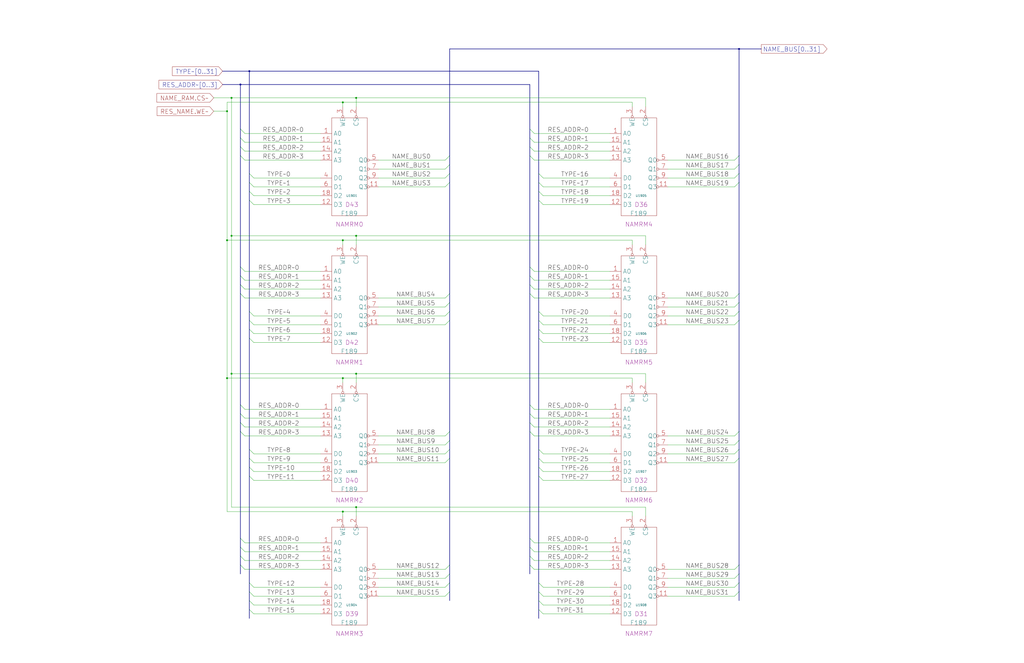
<source format=kicad_sch>
(kicad_sch (version 20250114) (generator "eeschema") (generator_version "9.0")
  (paper "User" 584.2 378.46)
  (title_block (title "RESOLVE NAME RAM") (date "22-MAY-90") (rev "1.0") (comment 1 "SEQUENCER") (comment 2 "232-003064") (comment 3 "S400") (comment 4 "RELEASED"))
  (lib_symbols
    (symbol "r1000:F189" (pin_names (offset 1.016))
      (property "Reference" "U" (at 2.54 5.08 0))
      (property "Value" "F189" (at -3.81 -5.08 0))
      (property "Location" "___" (at -1.27 0 0))
      (property "Name" "______" (at 1.27 -12.7 0))
      (symbol "F189_1_1"
        (rectangle (start -8.89 49.53) (end 11.43 -6.35))
        (circle (center -2.54 50.165) (radius 0.635))
        (circle (center 5.08 50.165) (radius 0.635))
        (circle (center 12.065 25.4) (radius 0.635))
        (circle (center 12.065 20.32) (radius 0.635))
        (circle (center 12.065 15.24) (radius 0.635))
        (circle (center 12.065 10.16) (radius 0.635))
        (pin input line (at -15.24 40.64 0) (length 6.35) (name "A0") (number "1"))
        (pin input line (at -15.24 35.56 0) (length 6.35) (name "A1") (number "15"))
        (pin input line (at -15.24 30.48 0) (length 6.35) (name "A2") (number "14"))
        (pin input line (at -15.24 25.4 0) (length 6.35) (name "A3") (number "13"))
        (pin input line (at -15.24 15.24 0) (length 6.35) (name "D0") (number "4"))
        (pin input line (at -15.24 10.16 0) (length 6.35) (name "D1") (number "6"))
        (pin input line (at -15.24 5.08 0) (length 6.35) (name "D2") (number "18"))
        (pin input line (at -15.24 0 0) (length 6.35) (name "D3") (number "12"))
        (pin input line (at -2.54 55.88 270) (length 5.08) (name "WE") (number "3"))
        (pin input line (at 5.08 55.88 270) (length 5.08) (name "CS") (number "2"))
        (pin tri_state line (at 17.78 25.4 180) (length 5.08) (name "Q0") (number "5"))
        (pin tri_state line (at 17.78 20.32 180) (length 5.08) (name "Q1") (number "7"))
        (pin tri_state line (at 17.78 15.24 180) (length 5.08) (name "Q2") (number "9"))
        (pin tri_state line (at 17.78 10.16 180) (length 5.08) (name "Q3") (number "11"))
      )
    )
  )
  (junction (at 137.16 48.26))
  (junction (at 421.64 27.94))
  (junction (at 129.54 215.9))
  (junction (at 142.24 40.64))
  (junction (at 203.2 55.88))
  (junction (at 195.58 137.16))
  (junction (at 203.2 134.62))
  (junction (at 195.58 215.9))
  (junction (at 203.2 213.36))
  (junction (at 132.08 213.36))
  (junction (at 129.54 137.16))
  (junction (at 203.2 289.56))
  (junction (at 132.08 134.62))
  (junction (at 195.58 292.1))
  (junction (at 195.58 58.42))
  (junction (at 132.08 55.88))
  (junction (at 129.54 63.5))
  (bus_entry (at 142.24 193.04) (size 2.54 2.54))
  (bus_entry (at 142.24 109.22) (size 2.54 2.54))
  (bus_entry (at 142.24 99.06) (size 2.54 2.54))
  (bus_entry (at 256.54 337.82) (size -2.54 2.54))
  (bus_entry (at 302.26 157.48) (size 2.54 2.54))
  (bus_entry (at 302.26 241.3) (size 2.54 2.54))
  (bus_entry (at 302.26 312.42) (size 2.54 2.54))
  (bus_entry (at 137.16 241.3) (size 2.54 2.54))
  (bus_entry (at 307.34 99.06) (size 2.54 2.54))
  (bus_entry (at 421.64 104.14) (size -2.54 2.54))
  (bus_entry (at 142.24 347.98) (size 2.54 2.54))
  (bus_entry (at 137.16 73.66) (size 2.54 2.54))
  (bus_entry (at 256.54 167.64) (size -2.54 2.54))
  (bus_entry (at 137.16 157.48) (size 2.54 2.54))
  (bus_entry (at 302.26 78.74) (size 2.54 2.54))
  (bus_entry (at 302.26 83.82) (size 2.54 2.54))
  (bus_entry (at 307.34 114.3) (size 2.54 2.54))
  (bus_entry (at 256.54 327.66) (size -2.54 2.54))
  (bus_entry (at 142.24 261.62) (size 2.54 2.54))
  (bus_entry (at 421.64 172.72) (size -2.54 2.54))
  (bus_entry (at 307.34 332.74) (size 2.54 2.54))
  (bus_entry (at 307.34 104.14) (size 2.54 2.54))
  (bus_entry (at 137.16 167.64) (size 2.54 2.54))
  (bus_entry (at 142.24 187.96) (size 2.54 2.54))
  (bus_entry (at 421.64 332.74) (size -2.54 2.54))
  (bus_entry (at 137.16 236.22) (size 2.54 2.54))
  (bus_entry (at 307.34 261.62) (size 2.54 2.54))
  (bus_entry (at 307.34 342.9) (size 2.54 2.54))
  (bus_entry (at 256.54 251.46) (size -2.54 2.54))
  (bus_entry (at 307.34 337.82) (size 2.54 2.54))
  (bus_entry (at 421.64 99.06) (size -2.54 2.54))
  (bus_entry (at 142.24 342.9) (size 2.54 2.54))
  (bus_entry (at 421.64 167.64) (size -2.54 2.54))
  (bus_entry (at 421.64 322.58) (size -2.54 2.54))
  (bus_entry (at 421.64 251.46) (size -2.54 2.54))
  (bus_entry (at 142.24 104.14) (size 2.54 2.54))
  (bus_entry (at 137.16 162.56) (size 2.54 2.54))
  (bus_entry (at 137.16 83.82) (size 2.54 2.54))
  (bus_entry (at 142.24 271.78) (size 2.54 2.54))
  (bus_entry (at 142.24 337.82) (size 2.54 2.54))
  (bus_entry (at 421.64 93.98) (size -2.54 2.54))
  (bus_entry (at 307.34 177.8) (size 2.54 2.54))
  (bus_entry (at 307.34 266.7) (size 2.54 2.54))
  (bus_entry (at 256.54 246.38) (size -2.54 2.54))
  (bus_entry (at 256.54 256.54) (size -2.54 2.54))
  (bus_entry (at 137.16 317.5) (size 2.54 2.54))
  (bus_entry (at 256.54 88.9) (size -2.54 2.54))
  (bus_entry (at 137.16 78.74) (size 2.54 2.54))
  (bus_entry (at 256.54 172.72) (size -2.54 2.54))
  (bus_entry (at 302.26 167.64) (size 2.54 2.54))
  (bus_entry (at 421.64 246.38) (size -2.54 2.54))
  (bus_entry (at 256.54 93.98) (size -2.54 2.54))
  (bus_entry (at 137.16 312.42) (size 2.54 2.54))
  (bus_entry (at 421.64 177.8) (size -2.54 2.54))
  (bus_entry (at 256.54 332.74) (size -2.54 2.54))
  (bus_entry (at 302.26 236.22) (size 2.54 2.54))
  (bus_entry (at 142.24 332.74) (size 2.54 2.54))
  (bus_entry (at 421.64 337.82) (size -2.54 2.54))
  (bus_entry (at 302.26 73.66) (size 2.54 2.54))
  (bus_entry (at 137.16 231.14) (size 2.54 2.54))
  (bus_entry (at 307.34 256.54) (size 2.54 2.54))
  (bus_entry (at 137.16 246.38) (size 2.54 2.54))
  (bus_entry (at 142.24 266.7) (size 2.54 2.54))
  (bus_entry (at 137.16 152.4) (size 2.54 2.54))
  (bus_entry (at 302.26 322.58) (size 2.54 2.54))
  (bus_entry (at 256.54 99.06) (size -2.54 2.54))
  (bus_entry (at 302.26 317.5) (size 2.54 2.54))
  (bus_entry (at 142.24 177.8) (size 2.54 2.54))
  (bus_entry (at 421.64 261.62) (size -2.54 2.54))
  (bus_entry (at 421.64 182.88) (size -2.54 2.54))
  (bus_entry (at 307.34 271.78) (size 2.54 2.54))
  (bus_entry (at 421.64 327.66) (size -2.54 2.54))
  (bus_entry (at 142.24 182.88) (size 2.54 2.54))
  (bus_entry (at 142.24 256.54) (size 2.54 2.54))
  (bus_entry (at 421.64 88.9) (size -2.54 2.54))
  (bus_entry (at 307.34 109.22) (size 2.54 2.54))
  (bus_entry (at 256.54 182.88) (size -2.54 2.54))
  (bus_entry (at 421.64 256.54) (size -2.54 2.54))
  (bus_entry (at 256.54 322.58) (size -2.54 2.54))
  (bus_entry (at 137.16 307.34) (size 2.54 2.54))
  (bus_entry (at 302.26 307.34) (size 2.54 2.54))
  (bus_entry (at 307.34 182.88) (size 2.54 2.54))
  (bus_entry (at 302.26 162.56) (size 2.54 2.54))
  (bus_entry (at 137.16 88.9) (size 2.54 2.54))
  (bus_entry (at 302.26 152.4) (size 2.54 2.54))
  (bus_entry (at 307.34 193.04) (size 2.54 2.54))
  (bus_entry (at 302.26 231.14) (size 2.54 2.54))
  (bus_entry (at 302.26 88.9) (size 2.54 2.54))
  (bus_entry (at 137.16 322.58) (size 2.54 2.54))
  (bus_entry (at 256.54 177.8) (size -2.54 2.54))
  (bus_entry (at 307.34 347.98) (size 2.54 2.54))
  (bus_entry (at 302.26 246.38) (size 2.54 2.54))
  (bus_entry (at 307.34 187.96) (size 2.54 2.54))
  (bus_entry (at 142.24 114.3) (size 2.54 2.54))
  (bus_entry (at 256.54 104.14) (size -2.54 2.54))
  (bus_entry (at 256.54 261.62) (size -2.54 2.54))
  (wire (pts (xy 309.88 335.28) (xy 347.98 335.28)))
  (wire (pts (xy 129.54 137.16) (xy 195.58 137.16)))
  (bus (pts (xy 302.26 236.22) (xy 302.26 241.3)))
  (bus (pts (xy 142.24 40.64) (xy 142.24 99.06)))
  (wire (pts (xy 381 335.28) (xy 419.1 335.28)))
  (wire (pts (xy 304.8 170.18) (xy 347.98 170.18)))
  (bus (pts (xy 302.26 152.4) (xy 302.26 157.48)))
  (wire (pts (xy 381 96.52) (xy 419.1 96.52)))
  (bus (pts (xy 137.16 246.38) (xy 137.16 307.34)))
  (wire (pts (xy 215.9 264.16) (xy 254 264.16)))
  (wire (pts (xy 215.9 175.26) (xy 254 175.26)))
  (bus (pts (xy 421.64 182.88) (xy 421.64 246.38)))
  (wire (pts (xy 381 180.34) (xy 419.1 180.34)))
  (wire (pts (xy 215.9 335.28) (xy 254 335.28)))
  (wire (pts (xy 139.7 320.04) (xy 182.88 320.04)))
  (bus (pts (xy 256.54 172.72) (xy 256.54 177.8)))
  (wire (pts (xy 381 106.68) (xy 419.1 106.68)))
  (wire (pts (xy 381 101.6) (xy 419.1 101.6)))
  (wire (pts (xy 132.08 213.36) (xy 203.2 213.36)))
  (wire (pts (xy 304.8 243.84) (xy 347.98 243.84)))
  (bus (pts (xy 421.64 88.9) (xy 421.64 93.98)))
  (bus (pts (xy 421.64 327.66) (xy 421.64 332.74)))
  (wire (pts (xy 215.9 185.42) (xy 254 185.42)))
  (bus (pts (xy 142.24 104.14) (xy 142.24 109.22)))
  (wire (pts (xy 381 254) (xy 419.1 254)))
  (bus (pts (xy 137.16 307.34) (xy 137.16 312.42)))
  (bus (pts (xy 256.54 182.88) (xy 256.54 246.38)))
  (wire (pts (xy 215.9 96.52) (xy 254 96.52)))
  (bus (pts (xy 302.26 167.64) (xy 302.26 231.14)))
  (wire (pts (xy 215.9 91.44) (xy 254 91.44)))
  (bus (pts (xy 307.34 99.06) (xy 307.34 104.14)))
  (wire (pts (xy 368.3 139.7) (xy 368.3 134.62)))
  (wire (pts (xy 304.8 238.76) (xy 347.98 238.76)))
  (wire (pts (xy 304.8 325.12) (xy 347.98 325.12)))
  (bus (pts (xy 137.16 48.26) (xy 302.26 48.26)))
  (bus (pts (xy 307.34 266.7) (xy 307.34 271.78)))
  (bus (pts (xy 142.24 114.3) (xy 142.24 177.8)))
  (bus (pts (xy 142.24 40.64) (xy 307.34 40.64)))
  (wire (pts (xy 360.68 294.64) (xy 360.68 292.1)))
  (wire (pts (xy 203.2 289.56) (xy 203.2 294.64)))
  (wire (pts (xy 368.3 218.44) (xy 368.3 213.36)))
  (wire (pts (xy 309.88 195.58) (xy 347.98 195.58)))
  (wire (pts (xy 215.9 254) (xy 254 254)))
  (bus (pts (xy 302.26 246.38) (xy 302.26 307.34)))
  (bus (pts (xy 421.64 167.64) (xy 421.64 172.72)))
  (wire (pts (xy 144.78 101.6) (xy 182.88 101.6)))
  (bus (pts (xy 421.64 104.14) (xy 421.64 167.64)))
  (wire (pts (xy 360.68 137.16) (xy 195.58 137.16)))
  (wire (pts (xy 132.08 289.56) (xy 132.08 213.36)))
  (wire (pts (xy 144.78 195.58) (xy 182.88 195.58)))
  (wire (pts (xy 360.68 218.44) (xy 360.68 215.9)))
  (bus (pts (xy 137.16 48.26) (xy 137.16 73.66)))
  (wire (pts (xy 309.88 185.42) (xy 347.98 185.42)))
  (wire (pts (xy 309.88 259.08) (xy 347.98 259.08)))
  (wire (pts (xy 304.8 76.2) (xy 347.98 76.2)))
  (bus (pts (xy 256.54 104.14) (xy 256.54 167.64)))
  (bus (pts (xy 137.16 236.22) (xy 137.16 241.3)))
  (wire (pts (xy 144.78 345.44) (xy 182.88 345.44)))
  (bus (pts (xy 137.16 231.14) (xy 137.16 236.22)))
  (bus (pts (xy 421.64 332.74) (xy 421.64 337.82)))
  (wire (pts (xy 139.7 248.92) (xy 182.88 248.92)))
  (wire (pts (xy 360.68 60.96) (xy 360.68 58.42)))
  (bus (pts (xy 421.64 27.94) (xy 434.34 27.94)))
  (wire (pts (xy 360.68 215.9) (xy 195.58 215.9)))
  (wire (pts (xy 139.7 233.68) (xy 182.88 233.68)))
  (bus (pts (xy 421.64 322.58) (xy 421.64 327.66)))
  (wire (pts (xy 381 340.36) (xy 419.1 340.36)))
  (wire (pts (xy 129.54 292.1) (xy 129.54 215.9)))
  (wire (pts (xy 368.3 289.56) (xy 203.2 289.56)))
  (wire (pts (xy 309.88 345.44) (xy 347.98 345.44)))
  (bus (pts (xy 302.26 73.66) (xy 302.26 78.74)))
  (bus (pts (xy 256.54 322.58) (xy 256.54 327.66)))
  (wire (pts (xy 139.7 160.02) (xy 182.88 160.02)))
  (bus (pts (xy 137.16 162.56) (xy 137.16 167.64)))
  (bus (pts (xy 137.16 241.3) (xy 137.16 246.38)))
  (wire (pts (xy 304.8 314.96) (xy 347.98 314.96)))
  (wire (pts (xy 132.08 134.62) (xy 203.2 134.62)))
  (wire (pts (xy 215.9 330.2) (xy 254 330.2)))
  (bus (pts (xy 137.16 152.4) (xy 137.16 157.48)))
  (wire (pts (xy 139.7 154.94) (xy 182.88 154.94)))
  (bus (pts (xy 142.24 182.88) (xy 142.24 187.96)))
  (wire (pts (xy 132.08 55.88) (xy 203.2 55.88)))
  (bus (pts (xy 142.24 261.62) (xy 142.24 266.7)))
  (wire (pts (xy 304.8 309.88) (xy 347.98 309.88)))
  (bus (pts (xy 307.34 182.88) (xy 307.34 187.96)))
  (bus (pts (xy 307.34 337.82) (xy 307.34 342.9)))
  (wire (pts (xy 139.7 238.76) (xy 182.88 238.76)))
  (wire (pts (xy 203.2 134.62) (xy 203.2 139.7)))
  (wire (pts (xy 381 170.18) (xy 419.1 170.18)))
  (wire (pts (xy 139.7 76.2) (xy 182.88 76.2)))
  (wire (pts (xy 139.7 243.84) (xy 182.88 243.84)))
  (bus (pts (xy 137.16 78.74) (xy 137.16 83.82)))
  (wire (pts (xy 132.08 134.62) (xy 132.08 55.88)))
  (wire (pts (xy 139.7 314.96) (xy 182.88 314.96)))
  (bus (pts (xy 142.24 99.06) (xy 142.24 104.14)))
  (wire (pts (xy 195.58 292.1) (xy 195.58 294.64)))
  (wire (pts (xy 139.7 86.36) (xy 182.88 86.36)))
  (wire (pts (xy 129.54 215.9) (xy 195.58 215.9)))
  (wire (pts (xy 144.78 340.36) (xy 182.88 340.36)))
  (wire (pts (xy 360.68 139.7) (xy 360.68 137.16)))
  (bus (pts (xy 302.26 157.48) (xy 302.26 162.56)))
  (wire (pts (xy 195.58 137.16) (xy 195.58 139.7)))
  (wire (pts (xy 304.8 320.04) (xy 347.98 320.04)))
  (wire (pts (xy 360.68 58.42) (xy 195.58 58.42)))
  (bus (pts (xy 256.54 99.06) (xy 256.54 104.14)))
  (wire (pts (xy 215.9 106.68) (xy 254 106.68)))
  (wire (pts (xy 203.2 213.36) (xy 203.2 218.44)))
  (wire (pts (xy 129.54 58.42) (xy 195.58 58.42)))
  (wire (pts (xy 144.78 269.24) (xy 182.88 269.24)))
  (wire (pts (xy 309.88 106.68) (xy 347.98 106.68)))
  (wire (pts (xy 368.3 134.62) (xy 203.2 134.62)))
  (wire (pts (xy 304.8 86.36) (xy 347.98 86.36)))
  (bus (pts (xy 307.34 187.96) (xy 307.34 193.04)))
  (bus (pts (xy 142.24 347.98) (xy 142.24 353.06)))
  (bus (pts (xy 307.34 177.8) (xy 307.34 182.88)))
  (bus (pts (xy 421.64 337.82) (xy 421.64 342.9)))
  (wire (pts (xy 381 259.08) (xy 419.1 259.08)))
  (wire (pts (xy 139.7 325.12) (xy 182.88 325.12)))
  (bus (pts (xy 307.34 104.14) (xy 307.34 109.22)))
  (wire (pts (xy 381 325.12) (xy 419.1 325.12)))
  (bus (pts (xy 307.34 332.74) (xy 307.34 337.82)))
  (bus (pts (xy 142.24 337.82) (xy 142.24 342.9)))
  (wire (pts (xy 309.88 264.16) (xy 347.98 264.16)))
  (bus (pts (xy 142.24 193.04) (xy 142.24 256.54)))
  (bus (pts (xy 256.54 93.98) (xy 256.54 99.06)))
  (bus (pts (xy 256.54 337.82) (xy 256.54 342.9)))
  (bus (pts (xy 302.26 307.34) (xy 302.26 312.42)))
  (wire (pts (xy 304.8 165.1) (xy 347.98 165.1)))
  (bus (pts (xy 142.24 266.7) (xy 142.24 271.78)))
  (bus (pts (xy 302.26 322.58) (xy 302.26 327.66)))
  (wire (pts (xy 195.58 292.1) (xy 129.54 292.1)))
  (wire (pts (xy 304.8 91.44) (xy 347.98 91.44)))
  (bus (pts (xy 307.34 271.78) (xy 307.34 332.74)))
  (wire (pts (xy 215.9 101.6) (xy 254 101.6)))
  (wire (pts (xy 139.7 309.88) (xy 182.88 309.88)))
  (wire (pts (xy 144.78 335.28) (xy 182.88 335.28)))
  (bus (pts (xy 421.64 177.8) (xy 421.64 182.88)))
  (bus (pts (xy 137.16 312.42) (xy 137.16 317.5)))
  (bus (pts (xy 307.34 40.64) (xy 307.34 99.06)))
  (wire (pts (xy 144.78 264.16) (xy 182.88 264.16)))
  (wire (pts (xy 195.58 215.9) (xy 195.58 218.44)))
  (bus (pts (xy 256.54 27.94) (xy 421.64 27.94)))
  (wire (pts (xy 144.78 116.84) (xy 182.88 116.84)))
  (bus (pts (xy 302.26 317.5) (xy 302.26 322.58)))
  (bus (pts (xy 137.16 317.5) (xy 137.16 322.58)))
  (bus (pts (xy 256.54 261.62) (xy 256.54 322.58)))
  (wire (pts (xy 139.7 170.18) (xy 182.88 170.18)))
  (bus (pts (xy 256.54 167.64) (xy 256.54 172.72)))
  (bus (pts (xy 302.26 48.26) (xy 302.26 73.66)))
  (wire (pts (xy 144.78 106.68) (xy 182.88 106.68)))
  (bus (pts (xy 302.26 83.82) (xy 302.26 88.9)))
  (wire (pts (xy 203.2 289.56) (xy 132.08 289.56)))
  (wire (pts (xy 215.9 170.18) (xy 254 170.18)))
  (bus (pts (xy 307.34 114.3) (xy 307.34 177.8)))
  (bus (pts (xy 142.24 187.96) (xy 142.24 193.04)))
  (bus (pts (xy 302.26 88.9) (xy 302.26 152.4)))
  (wire (pts (xy 144.78 111.76) (xy 182.88 111.76)))
  (bus (pts (xy 421.64 93.98) (xy 421.64 99.06)))
  (bus (pts (xy 142.24 177.8) (xy 142.24 182.88)))
  (bus (pts (xy 137.16 73.66) (xy 137.16 78.74)))
  (wire (pts (xy 144.78 185.42) (xy 182.88 185.42)))
  (bus (pts (xy 142.24 109.22) (xy 142.24 114.3)))
  (bus (pts (xy 421.64 27.94) (xy 421.64 88.9)))
  (wire (pts (xy 309.88 340.36) (xy 347.98 340.36)))
  (bus (pts (xy 421.64 99.06) (xy 421.64 104.14)))
  (bus (pts (xy 256.54 256.54) (xy 256.54 261.62)))
  (bus (pts (xy 256.54 246.38) (xy 256.54 251.46)))
  (wire (pts (xy 304.8 233.68) (xy 347.98 233.68)))
  (wire (pts (xy 144.78 259.08) (xy 182.88 259.08)))
  (bus (pts (xy 421.64 172.72) (xy 421.64 177.8)))
  (wire (pts (xy 368.3 60.96) (xy 368.3 55.88)))
  (bus (pts (xy 256.54 332.74) (xy 256.54 337.82)))
  (wire (pts (xy 304.8 160.02) (xy 347.98 160.02)))
  (bus (pts (xy 421.64 261.62) (xy 421.64 322.58)))
  (wire (pts (xy 215.9 180.34) (xy 254 180.34)))
  (bus (pts (xy 137.16 88.9) (xy 137.16 152.4)))
  (wire (pts (xy 304.8 154.94) (xy 347.98 154.94)))
  (bus (pts (xy 307.34 261.62) (xy 307.34 266.7)))
  (bus (pts (xy 137.16 83.82) (xy 137.16 88.9)))
  (wire (pts (xy 121.92 63.5) (xy 129.54 63.5)))
  (bus (pts (xy 142.24 256.54) (xy 142.24 261.62)))
  (wire (pts (xy 368.3 213.36) (xy 203.2 213.36)))
  (bus (pts (xy 307.34 342.9) (xy 307.34 347.98)))
  (bus (pts (xy 127 40.64) (xy 142.24 40.64)))
  (wire (pts (xy 309.88 180.34) (xy 347.98 180.34)))
  (bus (pts (xy 256.54 251.46) (xy 256.54 256.54)))
  (bus (pts (xy 127 48.26) (xy 137.16 48.26)))
  (bus (pts (xy 302.26 241.3) (xy 302.26 246.38)))
  (bus (pts (xy 307.34 256.54) (xy 307.34 261.62)))
  (wire (pts (xy 144.78 180.34) (xy 182.88 180.34)))
  (wire (pts (xy 309.88 101.6) (xy 347.98 101.6)))
  (bus (pts (xy 256.54 177.8) (xy 256.54 182.88)))
  (bus (pts (xy 307.34 193.04) (xy 307.34 256.54)))
  (wire (pts (xy 381 264.16) (xy 419.1 264.16)))
  (wire (pts (xy 360.68 292.1) (xy 195.58 292.1)))
  (bus (pts (xy 307.34 109.22) (xy 307.34 114.3)))
  (bus (pts (xy 307.34 347.98) (xy 307.34 353.06)))
  (bus (pts (xy 142.24 271.78) (xy 142.24 332.74)))
  (wire (pts (xy 304.8 81.28) (xy 347.98 81.28)))
  (wire (pts (xy 139.7 81.28) (xy 182.88 81.28)))
  (bus (pts (xy 137.16 167.64) (xy 137.16 231.14)))
  (bus (pts (xy 302.26 78.74) (xy 302.26 83.82)))
  (wire (pts (xy 215.9 325.12) (xy 254 325.12)))
  (wire (pts (xy 139.7 91.44) (xy 182.88 91.44)))
  (bus (pts (xy 421.64 256.54) (xy 421.64 261.62)))
  (wire (pts (xy 195.58 58.42) (xy 195.58 60.96)))
  (bus (pts (xy 142.24 332.74) (xy 142.24 337.82)))
  (wire (pts (xy 129.54 63.5) (xy 129.54 58.42)))
  (wire (pts (xy 139.7 165.1) (xy 182.88 165.1)))
  (wire (pts (xy 215.9 259.08) (xy 254 259.08)))
  (wire (pts (xy 309.88 269.24) (xy 347.98 269.24)))
  (wire (pts (xy 132.08 213.36) (xy 132.08 134.62)))
  (bus (pts (xy 256.54 88.9) (xy 256.54 93.98)))
  (bus (pts (xy 142.24 342.9) (xy 142.24 347.98)))
  (wire (pts (xy 304.8 248.92) (xy 347.98 248.92)))
  (bus (pts (xy 256.54 327.66) (xy 256.54 332.74)))
  (wire (pts (xy 381 175.26) (xy 419.1 175.26)))
  (wire (pts (xy 309.88 190.5) (xy 347.98 190.5)))
  (bus (pts (xy 421.64 246.38) (xy 421.64 251.46)))
  (wire (pts (xy 309.88 116.84) (xy 347.98 116.84)))
  (bus (pts (xy 256.54 27.94) (xy 256.54 88.9)))
  (wire (pts (xy 309.88 111.76) (xy 347.98 111.76)))
  (bus (pts (xy 137.16 157.48) (xy 137.16 162.56)))
  (wire (pts (xy 129.54 137.16) (xy 129.54 63.5)))
  (wire (pts (xy 121.92 55.88) (xy 132.08 55.88)))
  (wire (pts (xy 381 248.92) (xy 419.1 248.92)))
  (wire (pts (xy 309.88 274.32) (xy 347.98 274.32)))
  (bus (pts (xy 137.16 322.58) (xy 137.16 327.66)))
  (wire (pts (xy 368.3 294.64) (xy 368.3 289.56)))
  (bus (pts (xy 421.64 251.46) (xy 421.64 256.54)))
  (wire (pts (xy 129.54 215.9) (xy 129.54 137.16)))
  (wire (pts (xy 144.78 190.5) (xy 182.88 190.5)))
  (bus (pts (xy 302.26 162.56) (xy 302.26 167.64)))
  (wire (pts (xy 381 185.42) (xy 419.1 185.42)))
  (bus (pts (xy 302.26 231.14) (xy 302.26 236.22)))
  (wire (pts (xy 368.3 55.88) (xy 203.2 55.88)))
  (wire (pts (xy 381 330.2) (xy 419.1 330.2)))
  (bus (pts (xy 302.26 312.42) (xy 302.26 317.5)))
  (wire (pts (xy 381 91.44) (xy 419.1 91.44)))
  (wire (pts (xy 309.88 350.52) (xy 347.98 350.52)))
  (wire (pts (xy 215.9 340.36) (xy 254 340.36)))
  (wire (pts (xy 215.9 248.92) (xy 254 248.92)))
  (wire (pts (xy 144.78 274.32) (xy 182.88 274.32)))
  (wire (pts (xy 144.78 350.52) (xy 182.88 350.52)))
  (wire (pts (xy 203.2 55.88) (xy 203.2 60.96)))
  (label "NAME_BUS14" (at 226.06 335.28 0) (effects (font (size 2.54 2.54))))
  (label "NAME_BUS22" (at 391.16 180.34 0) (effects (font (size 2.54 2.54))))
  (label "RES_ADDR~2" (at 149.86 86.36 0) (effects (font (size 2.54 2.54))))
  (label "RES_ADDR~1" (at 312.42 238.76 0) (effects (font (size 2.54 2.54))))
  (label "NAME_BUS28" (at 391.16 325.12 0) (effects (font (size 2.54 2.54))))
  (label "TYPE~28" (at 317.5 335.28 0) (effects (font (size 2.54 2.54))))
  (label "RES_ADDR~0" (at 312.42 233.68 0) (effects (font (size 2.54 2.54))))
  (label "TYPE~5" (at 152.4 185.42 0) (effects (font (size 2.54 2.54))))
  (label "NAME_BUS23" (at 391.16 185.42 0) (effects (font (size 2.54 2.54))))
  (label "RES_ADDR~1" (at 312.42 81.28 0) (effects (font (size 2.54 2.54))))
  (label "NAME_BUS6" (at 226.06 180.34 0) (effects (font (size 2.54 2.54))))
  (label "NAME_BUS21" (at 391.16 175.26 0) (effects (font (size 2.54 2.54))))
  (label "RES_ADDR~1" (at 147.32 160.02 0) (effects (font (size 2.54 2.54))))
  (label "RES_ADDR~1" (at 312.42 160.02 0) (effects (font (size 2.54 2.54))))
  (label "RES_ADDR~0" (at 312.42 76.2 0) (effects (font (size 2.54 2.54))))
  (label "RES_ADDR~0" (at 147.32 154.94 0) (effects (font (size 2.54 2.54))))
  (label "NAME_BUS24" (at 391.16 248.92 0) (effects (font (size 2.54 2.54))))
  (label "TYPE~12" (at 152.4 335.28 0) (effects (font (size 2.54 2.54))))
  (label "RES_ADDR~3" (at 149.86 91.44 0) (effects (font (size 2.54 2.54))))
  (label "NAME_BUS20" (at 391.16 170.18 0) (effects (font (size 2.54 2.54))))
  (label "TYPE~22" (at 320.04 190.5 0) (effects (font (size 2.54 2.54))))
  (label "NAME_BUS26" (at 391.16 259.08 0) (effects (font (size 2.54 2.54))))
  (label "NAME_BUS31" (at 391.16 340.36 0) (effects (font (size 2.54 2.54))))
  (label "TYPE~9" (at 152.4 264.16 0) (effects (font (size 2.54 2.54))))
  (label "TYPE~14" (at 152.4 345.44 0) (effects (font (size 2.54 2.54))))
  (label "TYPE~7" (at 152.4 195.58 0) (effects (font (size 2.54 2.54))))
  (label "TYPE~27" (at 320.04 274.32 0) (effects (font (size 2.54 2.54))))
  (label "RES_ADDR~3" (at 147.32 170.18 0) (effects (font (size 2.54 2.54))))
  (label "RES_ADDR~3" (at 312.42 170.18 0) (effects (font (size 2.54 2.54))))
  (label "TYPE~17" (at 320.04 106.68 0) (effects (font (size 2.54 2.54))))
  (label "NAME_BUS19" (at 391.16 106.68 0) (effects (font (size 2.54 2.54))))
  (label "NAME_BUS17" (at 391.16 96.52 0) (effects (font (size 2.54 2.54))))
  (label "NAME_BUS8" (at 226.06 248.92 0) (effects (font (size 2.54 2.54))))
  (label "TYPE~13" (at 152.4 340.36 0) (effects (font (size 2.54 2.54))))
  (label "RES_ADDR~3" (at 312.42 248.92 0) (effects (font (size 2.54 2.54))))
  (label "NAME_BUS4" (at 226.06 170.18 0) (effects (font (size 2.54 2.54))))
  (label "NAME_BUS12" (at 226.06 325.12 0) (effects (font (size 2.54 2.54))))
  (label "TYPE~25" (at 320.04 264.16 0) (effects (font (size 2.54 2.54))))
  (label "TYPE~29" (at 317.5 340.36 0) (effects (font (size 2.54 2.54))))
  (label "RES_ADDR~2" (at 312.42 86.36 0) (effects (font (size 2.54 2.54))))
  (label "RES_ADDR~3" (at 312.42 91.44 0) (effects (font (size 2.54 2.54))))
  (label "RES_ADDR~2" (at 147.32 243.84 0) (effects (font (size 2.54 2.54))))
  (label "TYPE~15" (at 152.4 350.52 0) (effects (font (size 2.54 2.54))))
  (label "NAME_BUS10" (at 226.06 259.08 0) (effects (font (size 2.54 2.54))))
  (label "RES_ADDR~1" (at 147.32 238.76 0) (effects (font (size 2.54 2.54))))
  (label "RES_ADDR~2" (at 147.32 165.1 0) (effects (font (size 2.54 2.54))))
  (label "NAME_BUS16" (at 391.16 91.44 0) (effects (font (size 2.54 2.54))))
  (label "NAME_BUS25" (at 391.16 254 0) (effects (font (size 2.54 2.54))))
  (label "RES_ADDR~1" (at 149.86 81.28 0) (effects (font (size 2.54 2.54))))
  (label "RES_ADDR~1" (at 147.32 314.96 0) (effects (font (size 2.54 2.54))))
  (label "TYPE~18" (at 320.04 111.76 0) (effects (font (size 2.54 2.54))))
  (label "RES_ADDR~2" (at 312.42 165.1 0) (effects (font (size 2.54 2.54))))
  (label "TYPE~20" (at 320.04 180.34 0) (effects (font (size 2.54 2.54))))
  (label "NAME_BUS0" (at 223.52 91.44 0) (effects (font (size 2.54 2.54))))
  (label "RES_ADDR~0" (at 149.86 76.2 0) (effects (font (size 2.54 2.54))))
  (label "RES_ADDR~3" (at 312.42 325.12 0) (effects (font (size 2.54 2.54))))
  (label "NAME_BUS2" (at 223.52 101.6 0) (effects (font (size 2.54 2.54))))
  (label "NAME_BUS1" (at 223.52 96.52 0) (effects (font (size 2.54 2.54))))
  (label "RES_ADDR~3" (at 147.32 325.12 0) (effects (font (size 2.54 2.54))))
  (label "TYPE~11" (at 152.4 274.32 0) (effects (font (size 2.54 2.54))))
  (label "TYPE~8" (at 152.4 259.08 0) (effects (font (size 2.54 2.54))))
  (label "TYPE~1" (at 152.4 106.68 0) (effects (font (size 2.54 2.54))))
  (label "TYPE~10" (at 152.4 269.24 0) (effects (font (size 2.54 2.54))))
  (label "NAME_BUS3" (at 223.52 106.68 0) (effects (font (size 2.54 2.54))))
  (label "RES_ADDR~3" (at 147.32 248.92 0) (effects (font (size 2.54 2.54))))
  (label "RES_ADDR~2" (at 147.32 320.04 0) (effects (font (size 2.54 2.54))))
  (label "TYPE~4" (at 152.4 180.34 0) (effects (font (size 2.54 2.54))))
  (label "RES_ADDR~2" (at 312.42 243.84 0) (effects (font (size 2.54 2.54))))
  (label "NAME_BUS9" (at 226.06 254 0) (effects (font (size 2.54 2.54))))
  (label "RES_ADDR~2" (at 312.42 320.04 0) (effects (font (size 2.54 2.54))))
  (label "TYPE~3" (at 152.4 116.84 0) (effects (font (size 2.54 2.54))))
  (label "TYPE~19" (at 320.04 116.84 0) (effects (font (size 2.54 2.54))))
  (label "TYPE~23" (at 320.04 195.58 0) (effects (font (size 2.54 2.54))))
  (label "RES_ADDR~0" (at 312.42 154.94 0) (effects (font (size 2.54 2.54))))
  (label "TYPE~16" (at 320.04 101.6 0) (effects (font (size 2.54 2.54))))
  (label "NAME_BUS30" (at 391.16 335.28 0) (effects (font (size 2.54 2.54))))
  (label "TYPE~21" (at 320.04 185.42 0) (effects (font (size 2.54 2.54))))
  (label "TYPE~6" (at 152.4 190.5 0) (effects (font (size 2.54 2.54))))
  (label "NAME_BUS5" (at 226.06 175.26 0) (effects (font (size 2.54 2.54))))
  (label "NAME_BUS15" (at 226.06 340.36 0) (effects (font (size 2.54 2.54))))
  (label "TYPE~0" (at 152.4 101.6 0) (effects (font (size 2.54 2.54))))
  (label "NAME_BUS7" (at 226.06 185.42 0) (effects (font (size 2.54 2.54))))
  (label "NAME_BUS13" (at 226.06 330.2 0) (effects (font (size 2.54 2.54))))
  (label "TYPE~26" (at 320.04 269.24 0) (effects (font (size 2.54 2.54))))
  (label "RES_ADDR~0" (at 147.32 309.88 0) (effects (font (size 2.54 2.54))))
  (label "RES_ADDR~0" (at 312.42 309.88 0) (effects (font (size 2.54 2.54))))
  (label "NAME_BUS11" (at 226.06 264.16 0) (effects (font (size 2.54 2.54))))
  (label "RES_ADDR~0" (at 147.32 233.68 0) (effects (font (size 2.54 2.54))))
  (label "NAME_BUS29" (at 391.16 330.2 0) (effects (font (size 2.54 2.54))))
  (label "TYPE~31" (at 317.5 350.52 0) (effects (font (size 2.54 2.54))))
  (label "TYPE~30" (at 317.5 345.44 0) (effects (font (size 2.54 2.54))))
  (label "TYPE~2" (at 152.4 111.76 0) (effects (font (size 2.54 2.54))))
  (label "NAME_BUS27" (at 391.16 264.16 0) (effects (font (size 2.54 2.54))))
  (label "TYPE~24" (at 320.04 259.08 0) (effects (font (size 2.54 2.54))))
  (label "NAME_BUS18" (at 391.16 101.6 0) (effects (font (size 2.54 2.54))))
  (label "RES_ADDR~1" (at 312.42 314.96 0) (effects (font (size 2.54 2.54))))
  (global_label "RES_ADDR~[0..3]" (shape input) (at 127 48.26 180) (effects (font (size 2.54 2.54))) (property "Intersheetrefs" "${INTERSHEET_REFS}" (at 90.7264 48.1013 0) (effects (font (size 1.905 1.905)) (justify right))))
  (global_label "TYPE~[0..31]" (shape input) (at 127 40.64 180) (effects (font (size 2.54 2.54))) (property "Intersheetrefs" "${INTERSHEET_REFS}" (at 98.3464 40.4813 0) (effects (font (size 1.905 1.905)) (justify right))))
  (global_label "NAME_BUS[0..31]" (shape output) (at 434.34 27.94 0) (effects (font (size 2.54 2.54))) (property "Intersheetrefs" "${INTERSHEET_REFS}" (at 471.8231 27.7813 0) (effects (font (size 1.905 1.905)) (justify left))))
  (global_label "NAME_RAM.CS~" (shape input) (at 121.92 55.88 180) (effects (font (size 2.54 2.54))) (property "Intersheetrefs" "${INTERSHEET_REFS}" (at 89.5169 55.7213 0) (effects (font (size 1.905 1.905)) (justify right))))
  (global_label "RES_NAME.WE~" (shape input) (at 121.92 63.5 180) (effects (font (size 2.54 2.54))) (property "Intersheetrefs" "${INTERSHEET_REFS}" (at 89.6378 63.3413 0) (effects (font (size 1.905 1.905)) (justify right))))
  (symbol (lib_id "r1000:F189") (at 363.22 274.32 0) (unit 1)
    (property "Reference" "U1907" (at 365.76 269.24 0))
    (property "Value" "F189" (at 359.41 279.4 0) (effects (font (size 2.54 2.54)) (justify left)))
    (property "Location" "D32" (at 361.95 274.32 0) (effects (font (size 2.54 2.54)) (justify left)))
    (property "Name" "NAMRM6" (at 364.49 287.02 0) (effects (font (size 2.54 2.54)) (justify bottom)))
  )
  (symbol (lib_id "r1000:F189") (at 198.12 274.32 0) (unit 1)
    (property "Reference" "U1903" (at 200.66 269.24 0))
    (property "Value" "F189" (at 194.31 279.4 0) (effects (font (size 2.54 2.54)) (justify left)))
    (property "Location" "D40" (at 196.85 274.32 0) (effects (font (size 2.54 2.54)) (justify left)))
    (property "Name" "NAMRM2" (at 199.39 287.02 0) (effects (font (size 2.54 2.54)) (justify bottom)))
  )
  (symbol (lib_id "r1000:F189") (at 198.12 116.84 0) (unit 1)
    (property "Reference" "U1901" (at 200.66 111.76 0))
    (property "Value" "F189" (at 194.31 121.92 0) (effects (font (size 2.54 2.54)) (justify left)))
    (property "Location" "D43" (at 196.85 116.84 0) (effects (font (size 2.54 2.54)) (justify left)))
    (property "Name" "NAMRM0" (at 199.39 129.54 0) (effects (font (size 2.54 2.54)) (justify bottom)))
  )
  (symbol (lib_id "r1000:F189") (at 363.22 350.52 0) (unit 1)
    (property "Reference" "U1908" (at 365.76 345.44 0))
    (property "Value" "F189" (at 359.41 355.6 0) (effects (font (size 2.54 2.54)) (justify left)))
    (property "Location" "D31" (at 361.95 350.52 0) (effects (font (size 2.54 2.54)) (justify left)))
    (property "Name" "NAMRM7" (at 364.49 363.22 0) (effects (font (size 2.54 2.54)) (justify bottom)))
  )
  (symbol (lib_id "r1000:F189") (at 198.12 195.58 0) (unit 1)
    (property "Reference" "U1902" (at 200.66 190.5 0))
    (property "Value" "F189" (at 194.31 200.66 0) (effects (font (size 2.54 2.54)) (justify left)))
    (property "Location" "D42" (at 196.85 195.58 0) (effects (font (size 2.54 2.54)) (justify left)))
    (property "Name" "NAMRM1" (at 199.39 208.28 0) (effects (font (size 2.54 2.54)) (justify bottom)))
  )
  (symbol (lib_id "r1000:F189") (at 198.12 350.52 0) (unit 1)
    (property "Reference" "U1904" (at 200.66 345.44 0))
    (property "Value" "F189" (at 194.31 355.6 0) (effects (font (size 2.54 2.54)) (justify left)))
    (property "Location" "D39" (at 196.85 350.52 0) (effects (font (size 2.54 2.54)) (justify left)))
    (property "Name" "NAMRM3" (at 199.39 363.22 0) (effects (font (size 2.54 2.54)) (justify bottom)))
  )
  (symbol (lib_id "r1000:F189") (at 363.22 195.58 0) (unit 1)
    (property "Reference" "U1906" (at 365.76 190.5 0))
    (property "Value" "F189" (at 359.41 200.66 0) (effects (font (size 2.54 2.54)) (justify left)))
    (property "Location" "D35" (at 361.95 195.58 0) (effects (font (size 2.54 2.54)) (justify left)))
    (property "Name" "NAMRM5" (at 364.49 208.28 0) (effects (font (size 2.54 2.54)) (justify bottom)))
  )
  (symbol (lib_id "r1000:F189") (at 363.22 116.84 0) (unit 1)
    (property "Reference" "U1905" (at 365.76 111.76 0))
    (property "Value" "F189" (at 359.41 121.92 0) (effects (font (size 2.54 2.54)) (justify left)))
    (property "Location" "D36" (at 361.95 116.84 0) (effects (font (size 2.54 2.54)) (justify left)))
    (property "Name" "NAMRM4" (at 364.49 129.54 0) (effects (font (size 2.54 2.54)) (justify bottom)))
  )
)
</source>
